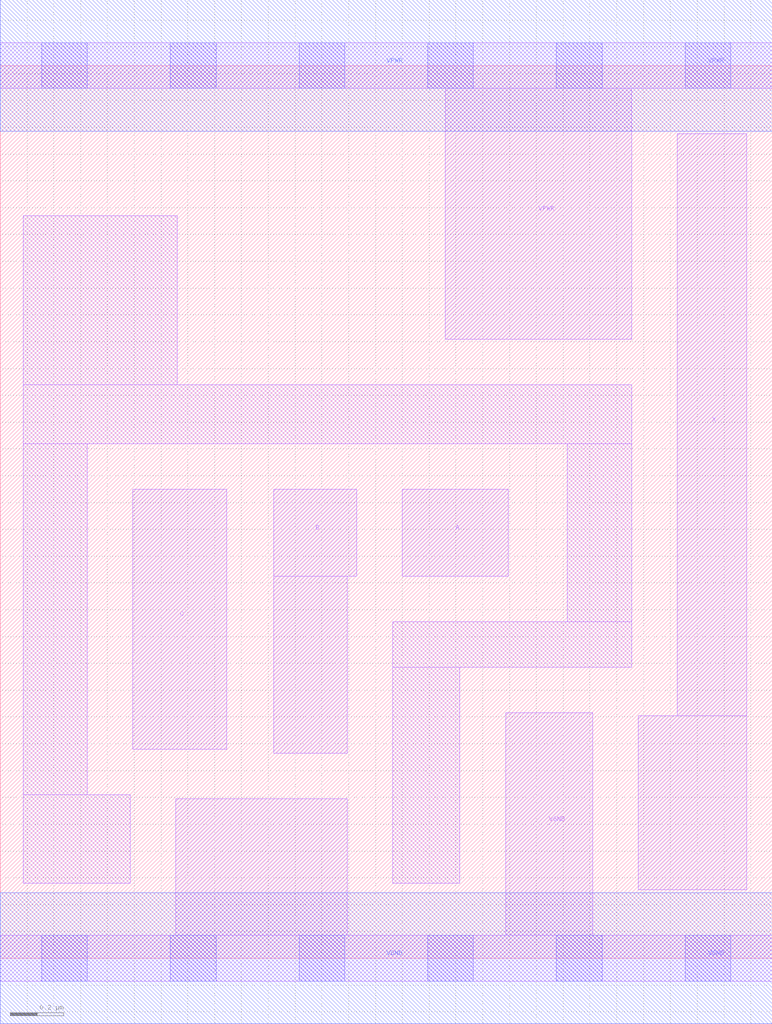
<source format=lef>
# Copyright 2020 The SkyWater PDK Authors
#
# Licensed under the Apache License, Version 2.0 (the "License");
# you may not use this file except in compliance with the License.
# You may obtain a copy of the License at
#
#     https://www.apache.org/licenses/LICENSE-2.0
#
# Unless required by applicable law or agreed to in writing, software
# distributed under the License is distributed on an "AS IS" BASIS,
# WITHOUT WARRANTIES OR CONDITIONS OF ANY KIND, either express or implied.
# See the License for the specific language governing permissions and
# limitations under the License.
#
# SPDX-License-Identifier: Apache-2.0

VERSION 5.7 ;
  NAMESCASESENSITIVE ON ;
  NOWIREEXTENSIONATPIN ON ;
  DIVIDERCHAR "/" ;
  BUSBITCHARS "[]" ;
UNITS
  DATABASE MICRONS 200 ;
END UNITS
MACRO sky130_fd_sc_lp__or3_1
  CLASS CORE ;
  SOURCE USER ;
  FOREIGN sky130_fd_sc_lp__or3_1 ;
  ORIGIN  0.000000  0.000000 ;
  SIZE  2.880000 BY  3.330000 ;
  SYMMETRY X Y R90 ;
  SITE unit ;
  PIN A
    ANTENNAGATEAREA  0.126000 ;
    DIRECTION INPUT ;
    USE SIGNAL ;
    PORT
      LAYER li1 ;
        RECT 1.500000 1.425000 1.895000 1.750000 ;
    END
  END A
  PIN B
    ANTENNAGATEAREA  0.126000 ;
    DIRECTION INPUT ;
    USE SIGNAL ;
    PORT
      LAYER li1 ;
        RECT 1.020000 0.765000 1.295000 1.425000 ;
        RECT 1.020000 1.425000 1.330000 1.750000 ;
    END
  END B
  PIN C
    ANTENNAGATEAREA  0.126000 ;
    DIRECTION INPUT ;
    USE SIGNAL ;
    PORT
      LAYER li1 ;
        RECT 0.495000 0.780000 0.845000 1.750000 ;
    END
  END C
  PIN X
    ANTENNADIFFAREA  0.556500 ;
    DIRECTION OUTPUT ;
    USE SIGNAL ;
    PORT
      LAYER li1 ;
        RECT 2.380000 0.255000 2.785000 0.905000 ;
        RECT 2.525000 0.905000 2.785000 3.075000 ;
    END
  END X
  PIN VGND
    DIRECTION INOUT ;
    USE GROUND ;
    PORT
      LAYER li1 ;
        RECT 0.000000 -0.085000 2.880000 0.085000 ;
        RECT 0.655000  0.085000 1.295000 0.595000 ;
        RECT 1.885000  0.085000 2.210000 0.915000 ;
      LAYER mcon ;
        RECT 0.155000 -0.085000 0.325000 0.085000 ;
        RECT 0.635000 -0.085000 0.805000 0.085000 ;
        RECT 1.115000 -0.085000 1.285000 0.085000 ;
        RECT 1.595000 -0.085000 1.765000 0.085000 ;
        RECT 2.075000 -0.085000 2.245000 0.085000 ;
        RECT 2.555000 -0.085000 2.725000 0.085000 ;
      LAYER met1 ;
        RECT 0.000000 -0.245000 2.880000 0.245000 ;
    END
  END VGND
  PIN VPWR
    DIRECTION INOUT ;
    USE POWER ;
    PORT
      LAYER li1 ;
        RECT 0.000000 3.245000 2.880000 3.415000 ;
        RECT 1.660000 2.310000 2.355000 3.245000 ;
      LAYER mcon ;
        RECT 0.155000 3.245000 0.325000 3.415000 ;
        RECT 0.635000 3.245000 0.805000 3.415000 ;
        RECT 1.115000 3.245000 1.285000 3.415000 ;
        RECT 1.595000 3.245000 1.765000 3.415000 ;
        RECT 2.075000 3.245000 2.245000 3.415000 ;
        RECT 2.555000 3.245000 2.725000 3.415000 ;
      LAYER met1 ;
        RECT 0.000000 3.085000 2.880000 3.575000 ;
    END
  END VPWR
  OBS
    LAYER li1 ;
      RECT 0.085000 0.280000 0.485000 0.610000 ;
      RECT 0.085000 0.610000 0.325000 1.920000 ;
      RECT 0.085000 1.920000 2.355000 2.140000 ;
      RECT 0.085000 2.140000 0.660000 2.770000 ;
      RECT 1.465000 0.280000 1.715000 1.085000 ;
      RECT 1.465000 1.085000 2.355000 1.255000 ;
      RECT 2.115000 1.255000 2.355000 1.920000 ;
  END
END sky130_fd_sc_lp__or3_1

</source>
